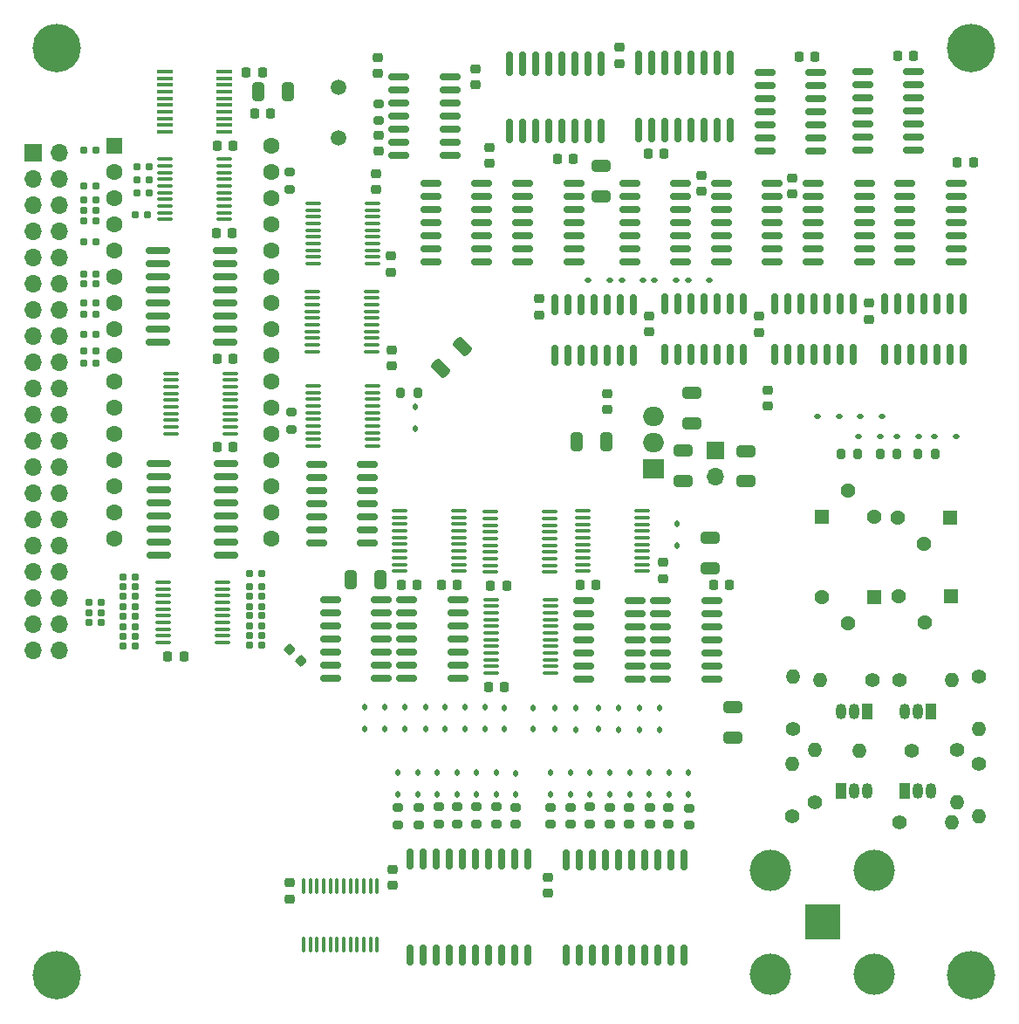
<source format=gbr>
%TF.GenerationSoftware,KiCad,Pcbnew,9.0.0*%
%TF.CreationDate,2025-04-23T17:40:49-07:00*%
%TF.ProjectId,ntscv2,6e747363-7632-42e6-9b69-6361645f7063,rev?*%
%TF.SameCoordinates,Original*%
%TF.FileFunction,Soldermask,Top*%
%TF.FilePolarity,Negative*%
%FSLAX46Y46*%
G04 Gerber Fmt 4.6, Leading zero omitted, Abs format (unit mm)*
G04 Created by KiCad (PCBNEW 9.0.0) date 2025-04-23 17:40:49*
%MOMM*%
%LPD*%
G01*
G04 APERTURE LIST*
G04 Aperture macros list*
%AMRoundRect*
0 Rectangle with rounded corners*
0 $1 Rounding radius*
0 $2 $3 $4 $5 $6 $7 $8 $9 X,Y pos of 4 corners*
0 Add a 4 corners polygon primitive as box body*
4,1,4,$2,$3,$4,$5,$6,$7,$8,$9,$2,$3,0*
0 Add four circle primitives for the rounded corners*
1,1,$1+$1,$2,$3*
1,1,$1+$1,$4,$5*
1,1,$1+$1,$6,$7*
1,1,$1+$1,$8,$9*
0 Add four rect primitives between the rounded corners*
20,1,$1+$1,$2,$3,$4,$5,0*
20,1,$1+$1,$4,$5,$6,$7,0*
20,1,$1+$1,$6,$7,$8,$9,0*
20,1,$1+$1,$8,$9,$2,$3,0*%
G04 Aperture macros list end*
%ADD10RoundRect,0.100000X-0.637500X-0.100000X0.637500X-0.100000X0.637500X0.100000X-0.637500X0.100000X0*%
%ADD11RoundRect,0.160000X0.197500X0.160000X-0.197500X0.160000X-0.197500X-0.160000X0.197500X-0.160000X0*%
%ADD12RoundRect,0.112500X-0.112500X0.187500X-0.112500X-0.187500X0.112500X-0.187500X0.112500X0.187500X0*%
%ADD13RoundRect,0.112500X0.112500X-0.187500X0.112500X0.187500X-0.112500X0.187500X-0.112500X-0.187500X0*%
%ADD14RoundRect,0.225000X-0.250000X0.225000X-0.250000X-0.225000X0.250000X-0.225000X0.250000X0.225000X0*%
%ADD15RoundRect,0.160000X-0.197500X-0.160000X0.197500X-0.160000X0.197500X0.160000X-0.197500X0.160000X0*%
%ADD16RoundRect,0.250000X-0.550000X-0.550000X0.550000X-0.550000X0.550000X0.550000X-0.550000X0.550000X0*%
%ADD17C,1.600000*%
%ADD18C,1.400000*%
%ADD19O,1.400000X1.400000*%
%ADD20RoundRect,0.150000X0.150000X-0.875000X0.150000X0.875000X-0.150000X0.875000X-0.150000X-0.875000X0*%
%ADD21RoundRect,0.225000X0.250000X-0.225000X0.250000X0.225000X-0.250000X0.225000X-0.250000X-0.225000X0*%
%ADD22RoundRect,0.225000X0.225000X0.250000X-0.225000X0.250000X-0.225000X-0.250000X0.225000X-0.250000X0*%
%ADD23R,1.050000X1.500000*%
%ADD24O,1.050000X1.500000*%
%ADD25RoundRect,0.112500X-0.187500X-0.112500X0.187500X-0.112500X0.187500X0.112500X-0.187500X0.112500X0*%
%ADD26RoundRect,0.200000X0.275000X-0.200000X0.275000X0.200000X-0.275000X0.200000X-0.275000X-0.200000X0*%
%ADD27RoundRect,0.150000X-0.825000X-0.150000X0.825000X-0.150000X0.825000X0.150000X-0.825000X0.150000X0*%
%ADD28RoundRect,0.250000X0.325000X0.650000X-0.325000X0.650000X-0.325000X-0.650000X0.325000X-0.650000X0*%
%ADD29RoundRect,0.112500X0.187500X0.112500X-0.187500X0.112500X-0.187500X-0.112500X0.187500X-0.112500X0*%
%ADD30R,3.500000X3.500000*%
%ADD31C,4.000000*%
%ADD32RoundRect,0.250000X0.650000X-0.325000X0.650000X0.325000X-0.650000X0.325000X-0.650000X-0.325000X0*%
%ADD33RoundRect,0.250000X-0.650000X0.325000X-0.650000X-0.325000X0.650000X-0.325000X0.650000X0.325000X0*%
%ADD34RoundRect,0.250000X-0.325000X-0.650000X0.325000X-0.650000X0.325000X0.650000X-0.325000X0.650000X0*%
%ADD35RoundRect,0.225000X-0.225000X-0.250000X0.225000X-0.250000X0.225000X0.250000X-0.225000X0.250000X0*%
%ADD36RoundRect,0.100000X0.637500X0.100000X-0.637500X0.100000X-0.637500X-0.100000X0.637500X-0.100000X0*%
%ADD37RoundRect,0.150000X0.150000X-0.825000X0.150000X0.825000X-0.150000X0.825000X-0.150000X-0.825000X0*%
%ADD38C,4.700000*%
%ADD39RoundRect,0.225000X-0.335876X-0.017678X-0.017678X-0.335876X0.335876X0.017678X0.017678X0.335876X0*%
%ADD40RoundRect,0.150000X-0.150000X1.050000X-0.150000X-1.050000X0.150000X-1.050000X0.150000X1.050000X0*%
%ADD41RoundRect,0.100000X-0.675000X-0.100000X0.675000X-0.100000X0.675000X0.100000X-0.675000X0.100000X0*%
%ADD42RoundRect,0.102000X0.611000X0.611000X-0.611000X0.611000X-0.611000X-0.611000X0.611000X-0.611000X0*%
%ADD43C,1.426000*%
%ADD44RoundRect,0.200000X-0.200000X-0.275000X0.200000X-0.275000X0.200000X0.275000X-0.200000X0.275000X0*%
%ADD45RoundRect,0.200000X0.200000X0.275000X-0.200000X0.275000X-0.200000X-0.275000X0.200000X-0.275000X0*%
%ADD46R,1.700000X1.700000*%
%ADD47O,1.700000X1.700000*%
%ADD48RoundRect,0.250000X0.229810X-0.689429X0.689429X-0.229810X-0.229810X0.689429X-0.689429X0.229810X0*%
%ADD49RoundRect,0.200000X-0.275000X0.200000X-0.275000X-0.200000X0.275000X-0.200000X0.275000X0.200000X0*%
%ADD50RoundRect,0.150000X-1.050000X-0.150000X1.050000X-0.150000X1.050000X0.150000X-1.050000X0.150000X0*%
%ADD51RoundRect,0.100000X0.100000X-0.637500X0.100000X0.637500X-0.100000X0.637500X-0.100000X-0.637500X0*%
%ADD52RoundRect,0.102000X-0.611000X-0.611000X0.611000X-0.611000X0.611000X0.611000X-0.611000X0.611000X0*%
%ADD53RoundRect,0.150000X0.150000X-1.050000X0.150000X1.050000X-0.150000X1.050000X-0.150000X-1.050000X0*%
%ADD54C,1.500000*%
%ADD55R,2.000000X1.905000*%
%ADD56O,2.000000X1.905000*%
G04 APERTURE END LIST*
D10*
%TO.C,U12*%
X122690000Y-39540000D03*
X122690000Y-40190000D03*
X122690000Y-40840000D03*
X122690000Y-41490000D03*
X122690000Y-42140000D03*
X122690000Y-42790000D03*
X122690000Y-43440000D03*
X122690000Y-44090000D03*
X122690000Y-44740000D03*
X122690000Y-45390000D03*
X128415000Y-45390000D03*
X128415000Y-44740000D03*
X128415000Y-44090000D03*
X128415000Y-43440000D03*
X128415000Y-42790000D03*
X128415000Y-42140000D03*
X128415000Y-41490000D03*
X128415000Y-40840000D03*
X128415000Y-40190000D03*
X128415000Y-39540000D03*
%TD*%
D11*
%TO.C,R67*%
X116017500Y-58130000D03*
X114822500Y-58130000D03*
%TD*%
D12*
%TO.C,D30*%
X171590673Y-99065494D03*
X171590673Y-101165494D03*
%TD*%
D13*
%TO.C,D16*%
X153720001Y-94797501D03*
X153719997Y-92697501D03*
%TD*%
D14*
%TO.C,C11*%
X190990000Y-53500000D03*
X190990000Y-55050000D03*
%TD*%
D15*
%TO.C,R48*%
X118630000Y-80025000D03*
X119825000Y-80025000D03*
%TD*%
D11*
%TO.C,R66*%
X116017500Y-53480000D03*
X114822500Y-53480000D03*
%TD*%
D16*
%TO.C,U17*%
X117785001Y-38212498D03*
D17*
X117785001Y-40752498D03*
X117785001Y-43292498D03*
X117785001Y-45832498D03*
X117785001Y-48372498D03*
X117785001Y-50912498D03*
X117785001Y-53452498D03*
X117785001Y-55992498D03*
X117785001Y-58532498D03*
X117785001Y-61072498D03*
X117785001Y-63612498D03*
X117785001Y-66152498D03*
X117785001Y-68692498D03*
X117785001Y-71232498D03*
X117785001Y-73772498D03*
X117785001Y-76312498D03*
X133025001Y-76312498D03*
X133025001Y-73772498D03*
X133025001Y-71232498D03*
X133025001Y-68692498D03*
X133025001Y-66152498D03*
X133025001Y-63612498D03*
X133025001Y-61072498D03*
X133025001Y-58532498D03*
X133025001Y-55992498D03*
X133025001Y-53452498D03*
X133025001Y-50912498D03*
X133025001Y-48372498D03*
X133025001Y-45832498D03*
X133025001Y-43292498D03*
X133025001Y-40752498D03*
X133025001Y-38212498D03*
%TD*%
D18*
%TO.C,R7*%
X193994500Y-90069999D03*
D19*
X199074502Y-90069997D03*
%TD*%
D11*
%TO.C,R61*%
X116017500Y-42125000D03*
X114822500Y-42125000D03*
%TD*%
D20*
%TO.C,U35*%
X146465001Y-116734999D03*
X147735001Y-116734999D03*
X149005001Y-116735001D03*
X150275001Y-116734999D03*
X151545000Y-116734998D03*
X152815001Y-116734999D03*
X154085003Y-116734999D03*
X155355000Y-116734999D03*
X156625001Y-116735000D03*
X157895001Y-116734998D03*
X157895001Y-107434999D03*
X156625001Y-107434999D03*
X155355001Y-107434997D03*
X154085001Y-107434999D03*
X152815002Y-107435000D03*
X151545001Y-107434999D03*
X150274999Y-107434999D03*
X149005002Y-107434999D03*
X147735001Y-107434998D03*
X146465001Y-107435000D03*
%TD*%
D21*
%TO.C,C9*%
X180350000Y-56320000D03*
X180350000Y-54770000D03*
%TD*%
%TO.C,C22*%
X152800000Y-32300000D03*
X152800000Y-30750000D03*
%TD*%
D12*
%TO.C,D26*%
X169682338Y-99026494D03*
X169682338Y-101126494D03*
%TD*%
D22*
%TO.C,C10*%
X129295000Y-38250000D03*
X127745000Y-38250000D03*
%TD*%
D23*
%TO.C,Q1*%
X190794499Y-93140000D03*
D24*
X189524499Y-93139999D03*
X188254499Y-93140000D03*
%TD*%
D11*
%TO.C,R59*%
X116017500Y-56560000D03*
X114822500Y-56560000D03*
%TD*%
D12*
%TO.C,D25*%
X162059998Y-99035996D03*
X162060002Y-101135998D03*
%TD*%
D25*
%TO.C,D4*%
X197387501Y-66460000D03*
X199487501Y-66460000D03*
%TD*%
D26*
%TO.C,R25*%
X149224006Y-104010991D03*
X149224006Y-102360995D03*
%TD*%
D27*
%TO.C,U10*%
X194499998Y-41870000D03*
X194499998Y-43140000D03*
X194499999Y-44409999D03*
X194499998Y-45680000D03*
X194499998Y-46950000D03*
X194499998Y-48220001D03*
X194499998Y-49490001D03*
X199449998Y-49490000D03*
X199449998Y-48220000D03*
X199449997Y-46950001D03*
X199449998Y-45680000D03*
X199449998Y-44410000D03*
X199449998Y-43139999D03*
X199449998Y-41869999D03*
%TD*%
D11*
%TO.C,R57*%
X116017500Y-51660000D03*
X114822500Y-51660000D03*
%TD*%
D21*
%TO.C,C36*%
X144675000Y-59575000D03*
X144675000Y-58025000D03*
%TD*%
D18*
%TO.C,R2*%
X191324499Y-90069999D03*
D19*
X186244500Y-90069999D03*
%TD*%
D26*
%TO.C,R21*%
X147324006Y-104085991D03*
X147324006Y-102435995D03*
%TD*%
D11*
%TO.C,R55*%
X121147500Y-42850000D03*
X119952500Y-42850000D03*
%TD*%
D27*
%TO.C,U19*%
X148500000Y-41900001D03*
X148500000Y-43170001D03*
X148500001Y-44440000D03*
X148500000Y-45710001D03*
X148500000Y-46980001D03*
X148500000Y-48250002D03*
X148500000Y-49520002D03*
X153450000Y-49520001D03*
X153450000Y-48250001D03*
X153449999Y-46980002D03*
X153450000Y-45710001D03*
X153450000Y-44440001D03*
X153450000Y-43170000D03*
X153450000Y-41900000D03*
%TD*%
D28*
%TO.C,C45*%
X143625002Y-80325000D03*
X140675000Y-80325000D03*
%TD*%
D12*
%TO.C,D28*%
X154815663Y-99065494D03*
X154815663Y-101165494D03*
%TD*%
D11*
%TO.C,R44*%
X132072500Y-80975000D03*
X130877500Y-80975000D03*
%TD*%
D29*
%TO.C,D2*%
X192247501Y-64480000D03*
X190147501Y-64480000D03*
%TD*%
D26*
%TO.C,R23*%
X163875000Y-104024999D03*
X163875000Y-102375001D03*
%TD*%
D30*
%TO.C,J2*%
X186475000Y-113525000D03*
D31*
X191500000Y-118550000D03*
X191500000Y-108500000D03*
X181450000Y-118550000D03*
X181450000Y-108500000D03*
%TD*%
D32*
%TO.C,C46*%
X175610000Y-79240002D03*
X175610000Y-76290000D03*
%TD*%
D33*
%TO.C,C49*%
X164970000Y-40160000D03*
X164970000Y-43110002D03*
%TD*%
D34*
%TO.C,C42*%
X131700000Y-33010000D03*
X134650002Y-33010000D03*
%TD*%
D11*
%TO.C,R38*%
X132072500Y-85775000D03*
X130877500Y-85775000D03*
%TD*%
D18*
%TO.C,R6*%
X183594500Y-94779999D03*
D19*
X183594498Y-89699998D03*
%TD*%
D35*
%TO.C,C25*%
X127765001Y-67427501D03*
X129315001Y-67427501D03*
%TD*%
D21*
%TO.C,C35*%
X144640000Y-50495000D03*
X144640000Y-48945000D03*
%TD*%
D35*
%TO.C,C27*%
X130585000Y-31130000D03*
X132135000Y-31130000D03*
%TD*%
D21*
%TO.C,C17*%
X169650000Y-56290000D03*
X169650000Y-54740000D03*
%TD*%
D27*
%TO.C,U22*%
X145407499Y-31525000D03*
X145407499Y-32795000D03*
X145407500Y-34065000D03*
X145407499Y-35335000D03*
X145407499Y-36605001D03*
X145407499Y-37875001D03*
X145407499Y-39145001D03*
X150357499Y-39145002D03*
X150357499Y-37875002D03*
X150357498Y-36605002D03*
X150357499Y-35335002D03*
X150357499Y-34065001D03*
X150357499Y-32795001D03*
X150357499Y-31525001D03*
%TD*%
D10*
%TO.C,U13*%
X137079433Y-43821980D03*
X137079433Y-44471979D03*
X137079433Y-45121979D03*
X137079432Y-45771978D03*
X137079433Y-46421979D03*
X137079433Y-47071979D03*
X137079433Y-47721979D03*
X137079433Y-48371979D03*
X137079433Y-49021979D03*
X137079433Y-49671979D03*
X142804433Y-49671978D03*
X142804433Y-49021979D03*
X142804433Y-48371979D03*
X142804434Y-47721980D03*
X142804433Y-47071979D03*
X142804433Y-46421979D03*
X142804433Y-45771979D03*
X142804433Y-45121979D03*
X142804433Y-44471979D03*
X142804433Y-43821979D03*
%TD*%
D26*
%TO.C,R29*%
X151014005Y-104015490D03*
X151014005Y-102365494D03*
%TD*%
D15*
%TO.C,R45*%
X118630000Y-85800000D03*
X119825000Y-85800000D03*
%TD*%
D36*
%TO.C,U26*%
X160085001Y-89385003D03*
X160085001Y-88735003D03*
X160085001Y-88085003D03*
X160085001Y-87435003D03*
X160085001Y-86785003D03*
X160085001Y-86135003D03*
X160085001Y-85485003D03*
X160085001Y-84835003D03*
X160085001Y-84185003D03*
X160085001Y-83535003D03*
X160085001Y-82885003D03*
X160085001Y-82235003D03*
X154360001Y-82235003D03*
X154360001Y-82885003D03*
X154360001Y-83535003D03*
X154360001Y-84185003D03*
X154360001Y-84835003D03*
X154360001Y-85485003D03*
X154360001Y-86135003D03*
X154360001Y-86785003D03*
X154360001Y-87435003D03*
X154360001Y-88085003D03*
X154360001Y-88735003D03*
X154360001Y-89385003D03*
%TD*%
D35*
%TO.C,C24*%
X145625000Y-80805002D03*
X147175000Y-80805002D03*
%TD*%
D22*
%TO.C,C33*%
X129290001Y-58932501D03*
X127740001Y-58932501D03*
%TD*%
D37*
%TO.C,U4*%
X160499999Y-58564999D03*
X161769999Y-58564999D03*
X163040001Y-58564998D03*
X164309998Y-58564998D03*
X165579999Y-58564999D03*
X166850000Y-58564999D03*
X168120000Y-58564999D03*
X168119999Y-53614999D03*
X166849999Y-53614999D03*
X165579997Y-53615000D03*
X164310000Y-53615000D03*
X163039999Y-53614999D03*
X161769998Y-53614999D03*
X160499998Y-53614999D03*
%TD*%
D29*
%TO.C,D41*%
X172307511Y-51284995D03*
X170207505Y-51284999D03*
%TD*%
D23*
%TO.C,Q3*%
X188304500Y-100769999D03*
D24*
X189574500Y-100770000D03*
X190844500Y-100769999D03*
%TD*%
D18*
%TO.C,R11*%
X201644500Y-89729999D03*
D19*
X201644502Y-94810000D03*
%TD*%
D11*
%TO.C,R53*%
X121147500Y-40250000D03*
X119952500Y-40250000D03*
%TD*%
D26*
%TO.C,R27*%
X165890670Y-104067495D03*
X165890670Y-102417497D03*
%TD*%
D35*
%TO.C,C20*%
X169540000Y-39010000D03*
X171090000Y-39010000D03*
%TD*%
D27*
%TO.C,U15*%
X167800000Y-41880001D03*
X167800000Y-43150001D03*
X167800001Y-44420003D03*
X167800000Y-45690001D03*
X167800000Y-46960001D03*
X167800000Y-48230002D03*
X167800000Y-49500002D03*
X172750000Y-49500001D03*
X172750000Y-48230001D03*
X172749999Y-46959999D03*
X172750000Y-45690001D03*
X172750000Y-44420001D03*
X172750000Y-43150000D03*
X172750000Y-41880000D03*
%TD*%
%TO.C,U37*%
X146141332Y-82300000D03*
X146141332Y-83570000D03*
X146141333Y-84840002D03*
X146141332Y-86110000D03*
X146141332Y-87380000D03*
X146141332Y-88650001D03*
X146141332Y-89920001D03*
X151091332Y-89920000D03*
X151091332Y-88650000D03*
X151091331Y-87379998D03*
X151091332Y-86110000D03*
X151091332Y-84840000D03*
X151091332Y-83569999D03*
X151091332Y-82299999D03*
%TD*%
D10*
%TO.C,U5*%
X137105003Y-61509998D03*
X137105003Y-62159997D03*
X137105002Y-62809996D03*
X137105002Y-63459996D03*
X137105003Y-64109997D03*
X137105003Y-64759997D03*
X137105003Y-65409997D03*
X137105003Y-66059997D03*
X137105003Y-66709997D03*
X137105003Y-67359997D03*
X142830003Y-67359996D03*
X142830003Y-66709997D03*
X142830004Y-66059998D03*
X142830004Y-65409998D03*
X142830003Y-64759997D03*
X142830003Y-64109997D03*
X142830003Y-63459997D03*
X142830003Y-62809997D03*
X142830003Y-62159997D03*
X142830003Y-61509997D03*
%TD*%
%TO.C,U7*%
X136993265Y-52357070D03*
X136993265Y-53007069D03*
X136993264Y-53657068D03*
X136993264Y-54307068D03*
X136993265Y-54957069D03*
X136993265Y-55607069D03*
X136993265Y-56257069D03*
X136993265Y-56907069D03*
X136993265Y-57557069D03*
X136993265Y-58207069D03*
X142718265Y-58207068D03*
X142718265Y-57557069D03*
X142718266Y-56907070D03*
X142718266Y-56257070D03*
X142718265Y-55607069D03*
X142718265Y-54957069D03*
X142718265Y-54307069D03*
X142718265Y-53657069D03*
X142718265Y-53007069D03*
X142718265Y-52357069D03*
%TD*%
D38*
%TO.C,H3*%
X200900000Y-28800000D03*
%TD*%
D14*
%TO.C,C8*%
X183590000Y-41355000D03*
X183590000Y-42905000D03*
%TD*%
D12*
%TO.C,D36*%
X146991736Y-63572929D03*
X146991736Y-65672929D03*
%TD*%
%TO.C,D21*%
X160114005Y-99040494D03*
X160114005Y-101140494D03*
%TD*%
D36*
%TO.C,U20*%
X128245002Y-86415001D03*
X128245002Y-85765002D03*
X128245003Y-85115003D03*
X128245003Y-84465003D03*
X128245002Y-83815002D03*
X128245002Y-83165002D03*
X128245002Y-82515002D03*
X128245002Y-81865002D03*
X128245002Y-81215002D03*
X128245002Y-80565002D03*
X122520002Y-80565003D03*
X122520002Y-81215002D03*
X122520001Y-81865001D03*
X122520001Y-82515001D03*
X122520002Y-83165002D03*
X122520002Y-83815002D03*
X122520002Y-84465002D03*
X122520002Y-85115002D03*
X122520002Y-85765002D03*
X122520002Y-86415002D03*
%TD*%
D15*
%TO.C,R33*%
X118630000Y-86750000D03*
X119825000Y-86750000D03*
%TD*%
D37*
%TO.C,U38*%
X192504999Y-58514999D03*
X193774999Y-58514999D03*
X195044999Y-58514999D03*
X196314999Y-58514999D03*
X197584999Y-58514999D03*
X198854999Y-58514999D03*
X200124999Y-58514999D03*
X200124999Y-53564999D03*
X198854999Y-53564999D03*
X197584999Y-53564999D03*
X196314999Y-53564999D03*
X195044999Y-53564999D03*
X193774999Y-53564999D03*
X192504999Y-53564999D03*
%TD*%
D20*
%TO.C,U34*%
X161640000Y-116762498D03*
X162910000Y-116762498D03*
X164180000Y-116762500D03*
X165450000Y-116762498D03*
X166719999Y-116762497D03*
X167990000Y-116762498D03*
X169260002Y-116762498D03*
X170529999Y-116762498D03*
X171800000Y-116762499D03*
X173070000Y-116762497D03*
X173070000Y-107462498D03*
X171800000Y-107462498D03*
X170530000Y-107462496D03*
X169260000Y-107462498D03*
X167990001Y-107462499D03*
X166720000Y-107462498D03*
X165449998Y-107462498D03*
X164180001Y-107462498D03*
X162910000Y-107462497D03*
X161640000Y-107462499D03*
%TD*%
D13*
%TO.C,D20*%
X146000004Y-94800000D03*
X146000000Y-92700000D03*
%TD*%
D26*
%TO.C,R15*%
X160070669Y-104048990D03*
X160070669Y-102398992D03*
%TD*%
%TO.C,R28*%
X173564005Y-104115492D03*
X173564005Y-102465494D03*
%TD*%
D11*
%TO.C,R40*%
X132072500Y-81950000D03*
X130877500Y-81950000D03*
%TD*%
D26*
%TO.C,R26*%
X156739005Y-104040492D03*
X156739005Y-102390494D03*
%TD*%
D39*
%TO.C,C29*%
X134803984Y-87103984D03*
X135900000Y-88200000D03*
%TD*%
D12*
%TO.C,D23*%
X145314005Y-99065494D03*
X145314005Y-101165494D03*
%TD*%
D18*
%TO.C,R13*%
X193954500Y-103870000D03*
D19*
X199034501Y-103869998D03*
%TD*%
D27*
%TO.C,U36*%
X138750000Y-82305003D03*
X138750000Y-83575003D03*
X138750001Y-84845005D03*
X138750000Y-86115003D03*
X138750000Y-87385003D03*
X138750000Y-88655004D03*
X138750000Y-89925004D03*
X143700000Y-89925003D03*
X143700000Y-88655003D03*
X143699999Y-87385001D03*
X143700000Y-86115003D03*
X143700000Y-84845003D03*
X143700000Y-83575002D03*
X143700000Y-82305002D03*
%TD*%
D40*
%TO.C,U21*%
X165029998Y-30300000D03*
X163759999Y-30299999D03*
X162489999Y-30299999D03*
X161219999Y-30299999D03*
X159949999Y-30299999D03*
X158679999Y-30299999D03*
X157409998Y-30300000D03*
X156139999Y-30299999D03*
X156140000Y-36800000D03*
X157409999Y-36800001D03*
X158679999Y-36800001D03*
X159949999Y-36800001D03*
X161219999Y-36800001D03*
X162489999Y-36800001D03*
X163760000Y-36800000D03*
X165029999Y-36800001D03*
%TD*%
D35*
%TO.C,C28*%
X122950000Y-87750000D03*
X124500000Y-87750000D03*
%TD*%
D41*
%TO.C,U14*%
X122660000Y-31050003D03*
X122660001Y-31700003D03*
X122660001Y-32350004D03*
X122660001Y-33000003D03*
X122660001Y-33650003D03*
X122660000Y-34300003D03*
X122660001Y-34950003D03*
X122660001Y-35600003D03*
X122660001Y-36250004D03*
X122660000Y-36900003D03*
X128410002Y-36900003D03*
X128410001Y-36250003D03*
X128410001Y-35600002D03*
X128410001Y-34950003D03*
X128410001Y-34300003D03*
X128410002Y-33650003D03*
X128410001Y-33000003D03*
X128410001Y-32350003D03*
X128410001Y-31700002D03*
X128410002Y-31050003D03*
%TD*%
D29*
%TO.C,D42*%
X165857507Y-51284998D03*
X163757501Y-51285002D03*
%TD*%
D26*
%TO.C,R20*%
X169744002Y-104040493D03*
X169744002Y-102390497D03*
%TD*%
D33*
%TO.C,C43*%
X173850000Y-62199999D03*
X173850000Y-65150001D03*
%TD*%
D42*
%TO.C,RV2*%
X198884500Y-74299999D03*
D43*
X196344500Y-76839999D03*
X193804500Y-74299999D03*
%TD*%
D35*
%TO.C,C31*%
X154060001Y-90735003D03*
X155610001Y-90735003D03*
%TD*%
D44*
%TO.C,R34*%
X145575004Y-62200000D03*
X147225000Y-62200000D03*
%TD*%
D26*
%TO.C,R24*%
X171512335Y-104026495D03*
X171512335Y-102376497D03*
%TD*%
D13*
%TO.C,D10*%
X158433996Y-94827500D03*
X158433992Y-92727500D03*
%TD*%
D12*
%TO.C,D32*%
X156739005Y-99090494D03*
X156739005Y-101190494D03*
%TD*%
D45*
%TO.C,R9*%
X197412501Y-68160001D03*
X195762501Y-68160001D03*
%TD*%
D35*
%TO.C,C23*%
X175935000Y-80845004D03*
X177485000Y-80845004D03*
%TD*%
%TO.C,C21*%
X154290000Y-80900000D03*
X155840000Y-80900000D03*
%TD*%
D46*
%TO.C,J3*%
X176100000Y-67825000D03*
D47*
X176100000Y-70365000D03*
%TD*%
D45*
%TO.C,R10*%
X189937502Y-68134999D03*
X188287502Y-68134999D03*
%TD*%
D48*
%TO.C,C48*%
X149467017Y-59832983D03*
X151552983Y-57747017D03*
%TD*%
D15*
%TO.C,R46*%
X118630000Y-83900000D03*
X119825000Y-83900000D03*
%TD*%
D11*
%TO.C,R52*%
X116017500Y-38670000D03*
X114822500Y-38670000D03*
%TD*%
D26*
%TO.C,R18*%
X152877341Y-104007492D03*
X152877341Y-102357494D03*
%TD*%
D13*
%TO.C,D14*%
X149892999Y-94772503D03*
X149892995Y-92672503D03*
%TD*%
D11*
%TO.C,R30*%
X132072500Y-82925000D03*
X130877500Y-82925000D03*
%TD*%
D18*
%TO.C,R5*%
X183544502Y-103230000D03*
D19*
X183544500Y-98149999D03*
%TD*%
D29*
%TO.C,D1*%
X188117501Y-64480000D03*
X186017501Y-64480000D03*
%TD*%
D45*
%TO.C,R8*%
X193737501Y-68134999D03*
X192087501Y-68134999D03*
%TD*%
D12*
%TO.C,D34*%
X173514003Y-99065491D03*
X173514007Y-101165493D03*
%TD*%
D27*
%TO.C,U3*%
X185595000Y-41910000D03*
X185595000Y-43180000D03*
X185595000Y-44450000D03*
X185595000Y-45720000D03*
X185595000Y-46990000D03*
X185595000Y-48260000D03*
X185595000Y-49530000D03*
X190545000Y-49530000D03*
X190545000Y-48260000D03*
X190545000Y-46990000D03*
X190545000Y-45720000D03*
X190545000Y-44450000D03*
X190545000Y-43180000D03*
X190545000Y-41910000D03*
%TD*%
D22*
%TO.C,C30*%
X151080000Y-80790000D03*
X149530000Y-80790000D03*
%TD*%
D15*
%TO.C,R49*%
X115322500Y-82500000D03*
X116517500Y-82500000D03*
%TD*%
D49*
%TO.C,R1*%
X143382502Y-34145001D03*
X143382500Y-35794999D03*
%TD*%
D35*
%TO.C,C14*%
X162978669Y-80815002D03*
X164528669Y-80815002D03*
%TD*%
D26*
%TO.C,R17*%
X145310671Y-104107992D03*
X145310671Y-102457994D03*
%TD*%
D21*
%TO.C,C5*%
X166800000Y-30250000D03*
X166800000Y-28700000D03*
%TD*%
D14*
%TO.C,C4*%
X158979999Y-53090000D03*
X158979999Y-54640000D03*
%TD*%
D13*
%TO.C,D11*%
X160530002Y-94830000D03*
X160529998Y-92730000D03*
%TD*%
D21*
%TO.C,C1*%
X143357499Y-31220000D03*
X143357499Y-29670000D03*
%TD*%
D25*
%TO.C,D3*%
X193712500Y-66460000D03*
X195812500Y-66460000D03*
%TD*%
D15*
%TO.C,R50*%
X115322500Y-83500000D03*
X116517500Y-83500000D03*
%TD*%
D27*
%TO.C,U1*%
X180900000Y-31140000D03*
X180900000Y-32410000D03*
X180900000Y-33680000D03*
X180900000Y-34950000D03*
X180900000Y-36220000D03*
X180900000Y-37490000D03*
X180900000Y-38760000D03*
X185850000Y-38760000D03*
X185850000Y-37490000D03*
X185850000Y-36220000D03*
X185850000Y-34950000D03*
X185850000Y-33680000D03*
X185850000Y-32410000D03*
X185850000Y-31140000D03*
%TD*%
D42*
%TO.C,RV4*%
X198944500Y-81954999D03*
D43*
X196404500Y-84494999D03*
X193864500Y-81954999D03*
%TD*%
D13*
%TO.C,D19*%
X142080004Y-94800000D03*
X142080000Y-92700000D03*
%TD*%
D10*
%TO.C,U6*%
X123280000Y-60300000D03*
X123280000Y-60949999D03*
X123279999Y-61599998D03*
X123279999Y-62249998D03*
X123280000Y-62899999D03*
X123280000Y-63549999D03*
X123280000Y-64199999D03*
X123280000Y-64849999D03*
X123280000Y-65499999D03*
X123280000Y-66149999D03*
X129005000Y-66149998D03*
X129005000Y-65499999D03*
X129005001Y-64850000D03*
X129005001Y-64200000D03*
X129005000Y-63549999D03*
X129005000Y-62899999D03*
X129005000Y-62249999D03*
X129005000Y-61599999D03*
X129005000Y-60949999D03*
X129005000Y-60299999D03*
%TD*%
D14*
%TO.C,C37*%
X181210000Y-61950000D03*
X181210000Y-63500000D03*
%TD*%
D23*
%TO.C,Q2*%
X197024499Y-93140001D03*
D24*
X195754499Y-93140000D03*
X194484499Y-93140001D03*
%TD*%
D14*
%TO.C,C15*%
X174710000Y-41135000D03*
X174710000Y-42685000D03*
%TD*%
%TO.C,C40*%
X144800000Y-108425000D03*
X144800000Y-109975000D03*
%TD*%
D11*
%TO.C,R65*%
X116017500Y-50700000D03*
X114822500Y-50700000D03*
%TD*%
D21*
%TO.C,C32*%
X171020000Y-80200000D03*
X171020000Y-78650000D03*
%TD*%
D26*
%TO.C,R31*%
X134925000Y-65724996D03*
X134925000Y-64075000D03*
%TD*%
D15*
%TO.C,R36*%
X118630000Y-82925000D03*
X119825000Y-82925000D03*
%TD*%
D13*
%TO.C,D7*%
X166670000Y-94850000D03*
X166669996Y-92750000D03*
%TD*%
D18*
%TO.C,R3*%
X195174501Y-96919997D03*
D19*
X190094500Y-96919999D03*
%TD*%
D34*
%TO.C,C44*%
X162604999Y-66950000D03*
X165555001Y-66950000D03*
%TD*%
D50*
%TO.C,U24*%
X122015001Y-48370002D03*
X122015000Y-49640001D03*
X122015001Y-50910002D03*
X122015002Y-52180001D03*
X122015000Y-53450001D03*
X122015000Y-54720001D03*
X122015001Y-55990002D03*
X122015000Y-57260001D03*
X128515001Y-57260000D03*
X128515002Y-55990001D03*
X128515001Y-54720000D03*
X128515000Y-53450001D03*
X128515002Y-52180001D03*
X128515002Y-50910001D03*
X128515001Y-49640000D03*
X128515002Y-48370001D03*
%TD*%
D37*
%TO.C,U9*%
X181864999Y-58495000D03*
X183134999Y-58495000D03*
X184404999Y-58495000D03*
X185674999Y-58495000D03*
X186944999Y-58495000D03*
X188214999Y-58495000D03*
X189484999Y-58495000D03*
X189484999Y-53545000D03*
X188214999Y-53545000D03*
X186944999Y-53545000D03*
X185674999Y-53545000D03*
X184404999Y-53545000D03*
X183134999Y-53545000D03*
X181864999Y-53545000D03*
%TD*%
D29*
%TO.C,D37*%
X175550007Y-51284995D03*
X173450001Y-51284999D03*
%TD*%
D11*
%TO.C,R54*%
X121125000Y-41575000D03*
X119930000Y-41575000D03*
%TD*%
D12*
%TO.C,D35*%
X151014004Y-99065493D03*
X151014004Y-101165493D03*
%TD*%
D51*
%TO.C,U30*%
X136125003Y-115730000D03*
X136775004Y-115730000D03*
X137425003Y-115730000D03*
X138075002Y-115730001D03*
X138725002Y-115730001D03*
X139375003Y-115730000D03*
X140025003Y-115730000D03*
X140675003Y-115730000D03*
X141325003Y-115730000D03*
X141975003Y-115730000D03*
X142625003Y-115730000D03*
X143275003Y-115730000D03*
X143275003Y-110005000D03*
X142625002Y-110005000D03*
X141975003Y-110005000D03*
X141325004Y-110004999D03*
X140675004Y-110004999D03*
X140025003Y-110005000D03*
X139375003Y-110005000D03*
X138725003Y-110005000D03*
X138075003Y-110005000D03*
X137425003Y-110005000D03*
X136775003Y-110005000D03*
X136125003Y-110005000D03*
%TD*%
D38*
%TO.C,H4*%
X200900000Y-118700000D03*
%TD*%
D12*
%TO.C,D29*%
X163935002Y-99035998D03*
X163935002Y-101135998D03*
%TD*%
D13*
%TO.C,D18*%
X144040004Y-94800000D03*
X144040000Y-92700000D03*
%TD*%
D50*
%TO.C,U23*%
X122077501Y-69077503D03*
X122077500Y-70347502D03*
X122077501Y-71617503D03*
X122077502Y-72887502D03*
X122077500Y-74157502D03*
X122077500Y-75427502D03*
X122077501Y-76697503D03*
X122077500Y-77967502D03*
X128577501Y-77967501D03*
X128577502Y-76697502D03*
X128577501Y-75427501D03*
X128577500Y-74157502D03*
X128577502Y-72887502D03*
X128577502Y-71617502D03*
X128577501Y-70347501D03*
X128577502Y-69077502D03*
%TD*%
D35*
%TO.C,C19*%
X199575000Y-39850000D03*
X201125000Y-39850000D03*
%TD*%
D38*
%TO.C,H2*%
X112200000Y-118700000D03*
%TD*%
D11*
%TO.C,R60*%
X116017500Y-43520000D03*
X114822500Y-43520000D03*
%TD*%
%TO.C,R42*%
X132072500Y-86700000D03*
X130877500Y-86700000D03*
%TD*%
D18*
%TO.C,R14*%
X199544500Y-96789997D03*
D19*
X199544501Y-101869999D03*
%TD*%
D12*
%TO.C,D27*%
X147214005Y-99065494D03*
X147214005Y-101165494D03*
%TD*%
D32*
%TO.C,C47*%
X177830000Y-95655002D03*
X177830000Y-92705000D03*
%TD*%
D26*
%TO.C,R22*%
X154815659Y-104015493D03*
X154815659Y-102365495D03*
%TD*%
D11*
%TO.C,R68*%
X116017500Y-59310000D03*
X114822500Y-59310000D03*
%TD*%
D42*
%TO.C,RV1*%
X191475000Y-82000000D03*
D43*
X188935000Y-84540000D03*
X186395000Y-82000000D03*
%TD*%
D26*
%TO.C,R16*%
X167747335Y-104052991D03*
X167747335Y-102402993D03*
%TD*%
D15*
%TO.C,R47*%
X118630000Y-81925000D03*
X119825000Y-81925000D03*
%TD*%
D38*
%TO.C,H1*%
X112200000Y-28800000D03*
%TD*%
D27*
%TO.C,U25*%
X137368264Y-69117071D03*
X137368264Y-70387071D03*
X137368264Y-71657071D03*
X137368264Y-72927071D03*
X137368264Y-74197071D03*
X137368264Y-75467071D03*
X137368264Y-76737071D03*
X142318264Y-76737071D03*
X142318264Y-75467071D03*
X142318264Y-74197071D03*
X142318264Y-72927071D03*
X142318264Y-71657071D03*
X142318264Y-70387071D03*
X142318264Y-69117071D03*
%TD*%
%TO.C,U2*%
X190390000Y-31010000D03*
X190390000Y-32280000D03*
X190390000Y-33550000D03*
X190390000Y-34820000D03*
X190390000Y-36090000D03*
X190390000Y-37360000D03*
X190390000Y-38630000D03*
X195340000Y-38630000D03*
X195340000Y-37360000D03*
X195340000Y-36090000D03*
X195340000Y-34820000D03*
X195340000Y-33550000D03*
X195340000Y-32280000D03*
X195340000Y-31010000D03*
%TD*%
D13*
%TO.C,D9*%
X168696663Y-94860002D03*
X168696659Y-92760002D03*
%TD*%
D14*
%TO.C,C38*%
X134825000Y-109730002D03*
X134825000Y-111280002D03*
%TD*%
D26*
%TO.C,R19*%
X162029999Y-104035995D03*
X162029999Y-102385999D03*
%TD*%
D13*
%TO.C,D13*%
X162580002Y-94860000D03*
X162579998Y-92760000D03*
%TD*%
%TO.C,D12*%
X164740002Y-94840000D03*
X164739998Y-92740000D03*
%TD*%
D18*
%TO.C,R4*%
X185744500Y-101899998D03*
D19*
X185744500Y-96819999D03*
%TD*%
D22*
%TO.C,C6*%
X185775000Y-29600000D03*
X184225000Y-29600000D03*
%TD*%
D21*
%TO.C,C41*%
X154200000Y-39940000D03*
X154200000Y-38390000D03*
%TD*%
D27*
%TO.C,U8*%
X176680000Y-41900000D03*
X176680000Y-43170000D03*
X176680000Y-44440000D03*
X176680000Y-45710000D03*
X176680000Y-46980000D03*
X176680000Y-48250000D03*
X176680000Y-49520000D03*
X181630000Y-49520000D03*
X181630000Y-48250000D03*
X181630000Y-46980000D03*
X181630000Y-45710000D03*
X181630000Y-44440000D03*
X181630000Y-43170000D03*
X181630000Y-41900000D03*
%TD*%
D49*
%TO.C,R32*%
X134820000Y-40820004D03*
X134820000Y-42470000D03*
%TD*%
D13*
%TO.C,D39*%
X147960000Y-94800000D03*
X147960000Y-92700000D03*
%TD*%
D12*
%TO.C,D24*%
X152924006Y-99060995D03*
X152924006Y-101160995D03*
%TD*%
D11*
%TO.C,R41*%
X132115000Y-79720000D03*
X130920000Y-79720000D03*
%TD*%
%TO.C,R62*%
X116017500Y-45480000D03*
X114822500Y-45480000D03*
%TD*%
D12*
%TO.C,D33*%
X165864005Y-99040494D03*
X165864005Y-101140494D03*
%TD*%
D37*
%TO.C,U11*%
X171170000Y-58490000D03*
X172440000Y-58490000D03*
X173710000Y-58490000D03*
X174980000Y-58490000D03*
X176250000Y-58490000D03*
X177520000Y-58490000D03*
X178790000Y-58490000D03*
X178790000Y-53540000D03*
X177520000Y-53540000D03*
X176250000Y-53540000D03*
X174980000Y-53540000D03*
X173710000Y-53540000D03*
X172440000Y-53540000D03*
X171170000Y-53540000D03*
%TD*%
D12*
%TO.C,D6*%
X172400000Y-74910000D03*
X172400004Y-77010002D03*
%TD*%
D14*
%TO.C,C2*%
X143382501Y-37220000D03*
X143382501Y-38770000D03*
%TD*%
%TO.C,C39*%
X159825000Y-109200000D03*
X159825000Y-110750000D03*
%TD*%
D23*
%TO.C,Q4*%
X194434500Y-100779999D03*
D24*
X195704500Y-100780000D03*
X196974500Y-100779999D03*
%TD*%
D15*
%TO.C,R51*%
X115302500Y-84460000D03*
X116497500Y-84460000D03*
%TD*%
D13*
%TO.C,D15*%
X151803000Y-94792502D03*
X151802996Y-92692502D03*
%TD*%
%TO.C,D17*%
X155632001Y-94837501D03*
X155631997Y-92737501D03*
%TD*%
D11*
%TO.C,R58*%
X116017500Y-54540000D03*
X114822500Y-54540000D03*
%TD*%
D52*
%TO.C,RV3*%
X186434500Y-74189999D03*
D43*
X188974500Y-71649999D03*
X191514500Y-74189999D03*
%TD*%
D11*
%TO.C,R56*%
X121007500Y-44940000D03*
X119812500Y-44940000D03*
%TD*%
D22*
%TO.C,C12*%
X162325000Y-39550000D03*
X160775000Y-39550000D03*
%TD*%
D29*
%TO.C,D38*%
X169100006Y-51284995D03*
X167000000Y-51284999D03*
%TD*%
D11*
%TO.C,R39*%
X132072500Y-83830000D03*
X130877500Y-83830000D03*
%TD*%
D53*
%TO.C,U18*%
X168625001Y-36725001D03*
X169895000Y-36725002D03*
X171165000Y-36725002D03*
X172435000Y-36725002D03*
X173705000Y-36725002D03*
X174975000Y-36725002D03*
X176245001Y-36725001D03*
X177515000Y-36725002D03*
X177514999Y-30225001D03*
X176245000Y-30225000D03*
X174975000Y-30225000D03*
X173705000Y-30225000D03*
X172435000Y-30225000D03*
X171165000Y-30225000D03*
X169894999Y-30225001D03*
X168625000Y-30225000D03*
%TD*%
D36*
%TO.C,U27*%
X168995001Y-79510000D03*
X168995001Y-78860001D03*
X168995002Y-78210002D03*
X168995002Y-77560002D03*
X168995001Y-76910001D03*
X168995001Y-76260001D03*
X168995001Y-75610001D03*
X168995001Y-74960001D03*
X168995001Y-74310001D03*
X168995001Y-73660001D03*
X163270001Y-73660002D03*
X163270001Y-74310001D03*
X163270000Y-74960000D03*
X163270000Y-75610000D03*
X163270001Y-76260001D03*
X163270001Y-76910001D03*
X163270001Y-77560001D03*
X163270001Y-78210001D03*
X163270001Y-78860001D03*
X163270001Y-79510001D03*
%TD*%
D54*
%TO.C,Y1*%
X139557502Y-32564996D03*
X139557502Y-37444996D03*
%TD*%
D18*
%TO.C,R12*%
X201654499Y-98169998D03*
D19*
X201654500Y-103250000D03*
%TD*%
D36*
%TO.C,U31*%
X151200000Y-79490000D03*
X151200000Y-78840001D03*
X151200001Y-78190002D03*
X151200001Y-77540002D03*
X151200000Y-76890001D03*
X151200000Y-76240001D03*
X151200000Y-75590001D03*
X151200000Y-74940001D03*
X151200000Y-74290001D03*
X151200000Y-73640001D03*
X145475000Y-73640002D03*
X145475000Y-74290001D03*
X145474999Y-74940000D03*
X145474999Y-75590000D03*
X145475000Y-76240001D03*
X145475000Y-76890001D03*
X145475000Y-77540001D03*
X145475000Y-78190001D03*
X145475000Y-78840001D03*
X145475000Y-79490001D03*
%TD*%
D21*
%TO.C,C34*%
X143190000Y-42490000D03*
X143190000Y-40940000D03*
%TD*%
D13*
%TO.C,D8*%
X170640004Y-94860000D03*
X170640000Y-92760000D03*
%TD*%
D32*
%TO.C,C50*%
X173000000Y-70775002D03*
X173000000Y-67825000D03*
%TD*%
D46*
%TO.C,J1*%
X109880000Y-38910000D03*
D47*
X112420000Y-38910000D03*
X109880000Y-41450000D03*
X112420000Y-41450000D03*
X109880000Y-43989999D03*
X112420000Y-43990000D03*
X109880000Y-46530000D03*
X112420000Y-46530000D03*
X109880000Y-49070000D03*
X112420000Y-49070000D03*
X109880000Y-51610000D03*
X112420000Y-51610000D03*
X109880000Y-54150000D03*
X112420000Y-54150000D03*
X109880000Y-56690001D03*
X112420000Y-56690000D03*
X109880000Y-59230000D03*
X112420000Y-59230000D03*
X109880000Y-61770000D03*
X112420000Y-61770000D03*
X109880000Y-64310000D03*
X112420000Y-64310000D03*
X109880000Y-66849999D03*
X112420000Y-66850000D03*
X109880000Y-69390000D03*
X112420000Y-69390000D03*
X109880000Y-71930000D03*
X112420000Y-71930000D03*
X109880000Y-74470000D03*
X112420000Y-74470000D03*
X109880000Y-77009999D03*
X112420000Y-77010000D03*
X109880000Y-79550001D03*
X112420000Y-79550000D03*
X109880000Y-82090000D03*
X112420000Y-82090000D03*
X109880000Y-84630000D03*
X112420000Y-84630000D03*
X109880000Y-87170000D03*
X112420000Y-87170000D03*
%TD*%
D11*
%TO.C,R64*%
X116017500Y-47570000D03*
X114822500Y-47570000D03*
%TD*%
D14*
%TO.C,C3*%
X165600000Y-62300000D03*
X165600000Y-63850000D03*
%TD*%
D12*
%TO.C,D31*%
X149107339Y-99063494D03*
X149107339Y-101163494D03*
%TD*%
D11*
%TO.C,R43*%
X132072500Y-84800000D03*
X130877500Y-84800000D03*
%TD*%
D15*
%TO.C,R37*%
X118630000Y-80975000D03*
X119825000Y-80975000D03*
%TD*%
D12*
%TO.C,D22*%
X167764005Y-99040494D03*
X167764005Y-101140494D03*
%TD*%
D22*
%TO.C,C26*%
X129180000Y-46720000D03*
X127630000Y-46720000D03*
%TD*%
D27*
%TO.C,U16*%
X157400000Y-41905002D03*
X157400000Y-43175002D03*
X157400000Y-44445002D03*
X157400000Y-45715002D03*
X157400000Y-46985002D03*
X157400000Y-48255002D03*
X157400000Y-49525002D03*
X162350000Y-49525002D03*
X162350000Y-48255002D03*
X162350000Y-46985002D03*
X162350000Y-45715002D03*
X162350000Y-44445002D03*
X162350000Y-43175002D03*
X162350000Y-41905002D03*
%TD*%
D15*
%TO.C,R35*%
X118630000Y-84850000D03*
X119825000Y-84850000D03*
%TD*%
D32*
%TO.C,C51*%
X179050000Y-70790002D03*
X179050000Y-67840000D03*
%TD*%
D27*
%TO.C,U33*%
X163342500Y-82364999D03*
X163342500Y-83634999D03*
X163342500Y-84904999D03*
X163342500Y-86174999D03*
X163342500Y-87444999D03*
X163342500Y-88714999D03*
X163342500Y-89984999D03*
X168292500Y-89984999D03*
X168292500Y-88714999D03*
X168292500Y-87444999D03*
X168292500Y-86174999D03*
X168292500Y-84904999D03*
X168292500Y-83634999D03*
X168292500Y-82364999D03*
%TD*%
D55*
%TO.C,U28*%
X170059999Y-69529999D03*
D56*
X170059999Y-66989999D03*
X170060000Y-64450000D03*
%TD*%
D36*
%TO.C,U29*%
X159985000Y-79579999D03*
X159985000Y-78930000D03*
X159985001Y-78280001D03*
X159985001Y-77630001D03*
X159985000Y-76980000D03*
X159985000Y-76330000D03*
X159985000Y-75680000D03*
X159985000Y-75030000D03*
X159985000Y-74380000D03*
X159985000Y-73730000D03*
X154260000Y-73730001D03*
X154260000Y-74380000D03*
X154259999Y-75029999D03*
X154259999Y-75679999D03*
X154260000Y-76330000D03*
X154260000Y-76980000D03*
X154260000Y-77630000D03*
X154260000Y-78280000D03*
X154260000Y-78930000D03*
X154260000Y-79580000D03*
%TD*%
D22*
%TO.C,C7*%
X195345000Y-29495000D03*
X193795000Y-29495000D03*
%TD*%
D35*
%TO.C,C13*%
X131385000Y-35100000D03*
X132935000Y-35100000D03*
%TD*%
D27*
%TO.C,U32*%
X170792500Y-82390001D03*
X170792500Y-83660001D03*
X170792500Y-84930001D03*
X170792500Y-86200001D03*
X170792500Y-87470001D03*
X170792500Y-88740001D03*
X170792500Y-90010001D03*
X175742500Y-90010001D03*
X175742500Y-88740001D03*
X175742500Y-87470001D03*
X175742500Y-86200001D03*
X175742500Y-84930001D03*
X175742500Y-83660001D03*
X175742500Y-82390001D03*
%TD*%
D11*
%TO.C,R63*%
X116017500Y-44500000D03*
X114822500Y-44500000D03*
%TD*%
D25*
%TO.C,D5*%
X190012501Y-66435000D03*
X192112501Y-66435000D03*
%TD*%
M02*

</source>
